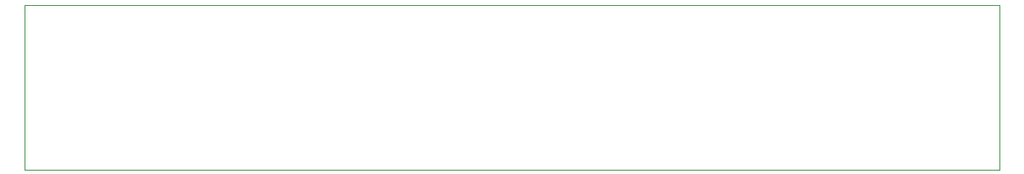
<source format=gbr>
%TF.GenerationSoftware,KiCad,Pcbnew,(6.0.9-0)*%
%TF.CreationDate,2023-10-23T19:08:13-03:00*%
%TF.ProjectId,MotorizedFaderPCB_1,4d6f746f-7269-47a6-9564-466164657250,rev?*%
%TF.SameCoordinates,Original*%
%TF.FileFunction,Profile,NP*%
%FSLAX46Y46*%
G04 Gerber Fmt 4.6, Leading zero omitted, Abs format (unit mm)*
G04 Created by KiCad (PCBNEW (6.0.9-0)) date 2023-10-23 19:08:13*
%MOMM*%
%LPD*%
G01*
G04 APERTURE LIST*
%TA.AperFunction,Profile*%
%ADD10C,0.100000*%
%TD*%
G04 APERTURE END LIST*
D10*
X137000000Y-75000000D02*
X137000000Y-91500000D01*
X234500000Y-91500000D02*
X234500000Y-75000000D01*
X137000000Y-91500000D02*
X234500000Y-91500000D01*
X234500000Y-75000000D02*
X137000000Y-75000000D01*
M02*

</source>
